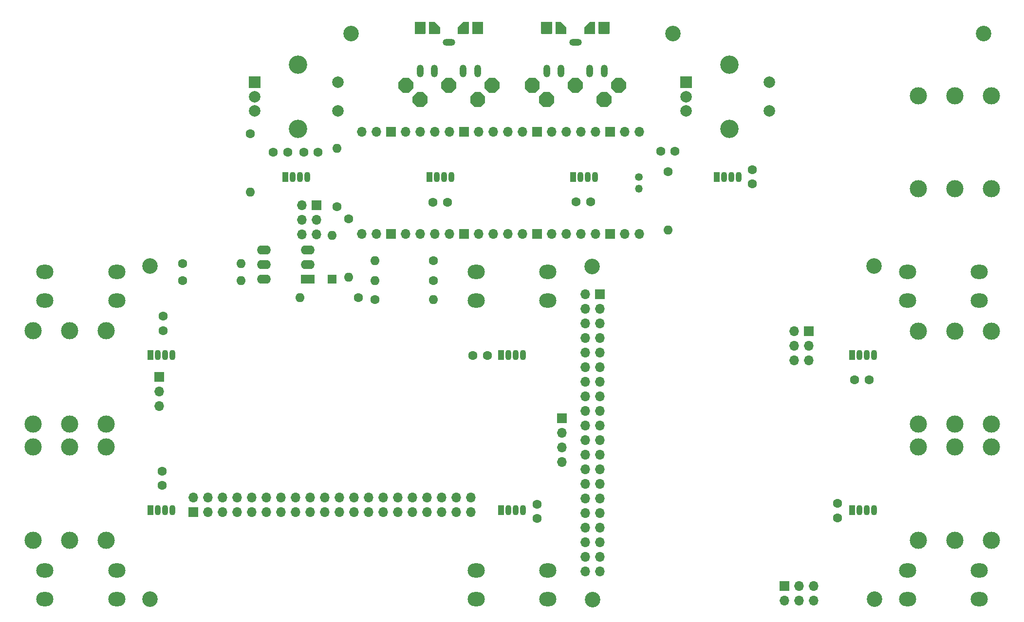
<source format=gts>
G04 #@! TF.GenerationSoftware,KiCad,Pcbnew,7.0.1.1-36-gbcf78dbe24-dirty-deb11*
G04 #@! TF.CreationDate,2023-03-26T09:40:22+00:00*
G04 #@! TF.ProjectId,pedalboard-hw,70656461-6c62-46f6-9172-642d68772e6b,0.0.1*
G04 #@! TF.SameCoordinates,Original*
G04 #@! TF.FileFunction,Soldermask,Top*
G04 #@! TF.FilePolarity,Negative*
%FSLAX46Y46*%
G04 Gerber Fmt 4.6, Leading zero omitted, Abs format (unit mm)*
G04 Created by KiCad (PCBNEW 7.0.1.1-36-gbcf78dbe24-dirty-deb11) date 2023-03-26 09:40:22*
%MOMM*%
%LPD*%
G01*
G04 APERTURE LIST*
%ADD10C,2.700000*%
%ADD11C,1.600000*%
%ADD12O,1.200000X2.200000*%
%ADD13O,2.200000X1.200000*%
%ADD14C,3.000000*%
%ADD15O,1.600000X1.600000*%
%ADD16R,1.070000X1.800000*%
%ADD17O,1.070000X1.800000*%
%ADD18R,1.700000X1.700000*%
%ADD19O,1.700000X1.700000*%
%ADD20O,3.000000X2.500000*%
%ADD21R,2.400000X1.600000*%
%ADD22O,2.400000X1.600000*%
%ADD23R,2.000000X2.000000*%
%ADD24C,2.000000*%
%ADD25C,3.200000*%
%ADD26R,1.600000X1.600000*%
%ADD27C,1.350000*%
%ADD28O,1.350000X1.350000*%
G04 APERTURE END LIST*
D10*
X168020000Y-121500000D03*
D11*
X146800000Y-46700000D03*
X146800000Y-49200000D03*
D12*
X121000000Y-29500000D03*
X118500000Y-29500000D03*
D13*
X116000000Y-24500000D03*
D12*
X111000000Y-29500000D03*
X113500000Y-29500000D03*
D10*
X133000000Y-23000000D03*
D14*
X28050000Y-111200000D03*
X28050000Y-94970000D03*
X21700000Y-111200000D03*
X21700000Y-94970000D03*
X34400000Y-111200000D03*
X34400000Y-94970000D03*
D11*
X132160000Y-47020000D03*
D15*
X132160000Y-57180000D03*
D16*
X115600000Y-48000000D03*
D17*
X116870000Y-48000000D03*
X118140000Y-48000000D03*
X119410000Y-48000000D03*
D14*
X28085000Y-91000000D03*
X28085000Y-74770000D03*
X21735000Y-91000000D03*
X21735000Y-74770000D03*
X34435000Y-91000000D03*
X34435000Y-74770000D03*
X181950000Y-94995000D03*
X181950000Y-111225000D03*
X188300000Y-94995000D03*
X188300000Y-111225000D03*
X175600000Y-94995000D03*
X175600000Y-111225000D03*
D10*
X42000000Y-63500000D03*
D16*
X140600000Y-48000000D03*
D17*
X141870000Y-48000000D03*
X143140000Y-48000000D03*
X144410000Y-48000000D03*
D11*
X109310000Y-104930000D03*
X109310000Y-107430000D03*
D16*
X103100000Y-106000000D03*
D17*
X104370000Y-106000000D03*
X105640000Y-106000000D03*
X106910000Y-106000000D03*
D10*
X118980000Y-121520000D03*
D18*
X49590000Y-106320000D03*
D19*
X49590000Y-103780000D03*
X52130000Y-106320000D03*
X52130000Y-103780000D03*
X54670000Y-106320000D03*
X54670000Y-103780000D03*
X57210000Y-106320000D03*
X57210000Y-103780000D03*
X59750000Y-106320000D03*
X59750000Y-103780000D03*
X62290000Y-106320000D03*
X62290000Y-103780000D03*
X64830000Y-106320000D03*
X64830000Y-103780000D03*
X67370000Y-106320000D03*
X67370000Y-103780000D03*
X69910000Y-106320000D03*
X69910000Y-103780000D03*
X72450000Y-106320000D03*
X72450000Y-103780000D03*
X74990000Y-106320000D03*
X74990000Y-103780000D03*
X77530000Y-106320000D03*
X77530000Y-103780000D03*
X80070000Y-106320000D03*
X80070000Y-103780000D03*
X82610000Y-106320000D03*
X82610000Y-103780000D03*
X85150000Y-106320000D03*
X85150000Y-103780000D03*
X87690000Y-106320000D03*
X87690000Y-103780000D03*
X90230000Y-106320000D03*
X90230000Y-103780000D03*
X92770000Y-106320000D03*
X92770000Y-103780000D03*
X95310000Y-106320000D03*
X95310000Y-103780000D03*
X97850000Y-106320000D03*
X97850000Y-103780000D03*
D11*
X161620000Y-107300000D03*
X161620000Y-104800000D03*
X44155000Y-101700000D03*
X44155000Y-99200000D03*
D20*
X98750000Y-64500000D03*
X111250000Y-64500000D03*
X98750000Y-69500000D03*
X111250000Y-69500000D03*
D16*
X42100000Y-79000000D03*
D17*
X43370000Y-79000000D03*
X44640000Y-79000000D03*
X45910000Y-79000000D03*
D11*
X74575000Y-53105000D03*
D15*
X74575000Y-42945000D03*
D21*
X69475000Y-65800000D03*
D22*
X69475000Y-63260000D03*
X69475000Y-60720000D03*
X61855000Y-60720000D03*
X61855000Y-63260000D03*
X61855000Y-65800000D03*
D10*
X77000000Y-23000000D03*
D14*
X181965000Y-33800000D03*
X181965000Y-50030000D03*
X188315000Y-33800000D03*
X188315000Y-50030000D03*
X175615000Y-33800000D03*
X175615000Y-50030000D03*
D11*
X63475000Y-43700000D03*
X65975000Y-43700000D03*
G36*
X107946312Y-33285921D02*
G01*
X107214079Y-32553688D01*
X107199200Y-32517767D01*
X107199200Y-31482233D01*
X107214079Y-31446312D01*
X107946312Y-30714079D01*
X107982233Y-30699200D01*
X109017767Y-30699200D01*
X109053688Y-30714079D01*
X109785921Y-31446312D01*
X109800800Y-31482233D01*
X109800800Y-32517767D01*
X109785921Y-32553688D01*
X109053688Y-33285921D01*
X109017767Y-33300800D01*
X107982233Y-33300800D01*
X107946312Y-33285921D01*
G37*
G36*
X117285921Y-32553688D02*
G01*
X116553688Y-33285921D01*
X116517767Y-33300800D01*
X115482233Y-33300800D01*
X115446312Y-33285921D01*
X114714079Y-32553688D01*
X114699200Y-32517767D01*
X114699200Y-31482233D01*
X114714079Y-31446312D01*
X115446312Y-30714079D01*
X115482233Y-30699200D01*
X116517767Y-30699200D01*
X116553688Y-30714079D01*
X117285921Y-31446312D01*
X117300800Y-31482233D01*
X117300800Y-32517767D01*
X117285921Y-32553688D01*
G37*
G36*
X122946312Y-33285921D02*
G01*
X122214079Y-32553688D01*
X122199200Y-32517767D01*
X122199200Y-31482233D01*
X122214079Y-31446312D01*
X122946312Y-30714079D01*
X122982233Y-30699200D01*
X124017767Y-30699200D01*
X124053688Y-30714079D01*
X124785921Y-31446312D01*
X124800800Y-31482233D01*
X124800800Y-32517767D01*
X124785921Y-32553688D01*
X124053688Y-33285921D01*
X124017767Y-33300800D01*
X122982233Y-33300800D01*
X122946312Y-33285921D01*
G37*
G36*
X110446312Y-35785921D02*
G01*
X109714079Y-35053688D01*
X109699200Y-35017767D01*
X109699200Y-33982233D01*
X109714079Y-33946312D01*
X110446312Y-33214079D01*
X110482233Y-33199200D01*
X111517767Y-33199200D01*
X111553688Y-33214079D01*
X112285921Y-33946312D01*
X112300800Y-33982233D01*
X112300800Y-35017767D01*
X112285921Y-35053688D01*
X111553688Y-35785921D01*
X111517767Y-35800800D01*
X110482233Y-35800800D01*
X110446312Y-35785921D01*
G37*
G36*
X120446312Y-35785921D02*
G01*
X119714079Y-35053688D01*
X119699200Y-35017767D01*
X119699200Y-33982233D01*
X119714079Y-33946312D01*
X120446312Y-33214079D01*
X120482233Y-33199200D01*
X121517767Y-33199200D01*
X121553688Y-33214079D01*
X122285921Y-33946312D01*
X122300800Y-33982233D01*
X122300800Y-35017767D01*
X122285921Y-35053688D01*
X121553688Y-35785921D01*
X121517767Y-35800800D01*
X120482233Y-35800800D01*
X120446312Y-35785921D01*
G37*
G36*
X117564079Y-23035921D02*
G01*
X117549200Y-23000000D01*
X117549200Y-21900000D01*
X117564079Y-21864079D01*
X118464079Y-20964079D01*
X118500000Y-20949200D01*
X119400000Y-20949200D01*
X119435921Y-20964079D01*
X119450800Y-21000000D01*
X119450800Y-23000000D01*
X119435921Y-23035921D01*
X119400000Y-23050800D01*
X117600000Y-23050800D01*
X117564079Y-23035921D01*
G37*
G36*
G01*
X121950800Y-21000000D02*
X121950800Y-23000000D01*
G75*
G02*
X121900000Y-23050800I-50800J0D01*
G01*
X120100000Y-23050800D01*
G75*
G02*
X120049200Y-23000000I0J50800D01*
G01*
X120049200Y-21000000D01*
G75*
G02*
X120100000Y-20949200I50800J0D01*
G01*
X121900000Y-20949200D01*
G75*
G02*
X121950800Y-21000000I0J-50800D01*
G01*
G37*
G36*
G01*
X111950800Y-21000000D02*
X111950800Y-23000000D01*
G75*
G02*
X111900000Y-23050800I-50800J0D01*
G01*
X110100000Y-23050800D01*
G75*
G02*
X110049200Y-23000000I0J50800D01*
G01*
X110049200Y-21000000D01*
G75*
G02*
X110100000Y-20949200I50800J0D01*
G01*
X111900000Y-20949200D01*
G75*
G02*
X111950800Y-21000000I0J-50800D01*
G01*
G37*
G36*
X112564079Y-23035921D02*
G01*
X112549200Y-23000000D01*
X112549200Y-21000000D01*
X112564079Y-20964079D01*
X112600000Y-20949200D01*
X113500000Y-20949200D01*
X113535921Y-20964079D01*
X114435921Y-21864079D01*
X114450800Y-21900000D01*
X114450800Y-23000000D01*
X114435921Y-23035921D01*
X114400000Y-23050800D01*
X112600000Y-23050800D01*
X112564079Y-23035921D01*
G37*
D16*
X90600000Y-48000000D03*
D17*
X91870000Y-48000000D03*
X93140000Y-48000000D03*
X94410000Y-48000000D03*
D23*
X60250000Y-31500000D03*
D24*
X60250000Y-36500000D03*
X60250000Y-34000000D03*
D25*
X67750000Y-28400000D03*
X67750000Y-39600000D03*
D24*
X74750000Y-36500000D03*
X74750000Y-31500000D03*
D11*
X68750000Y-43675000D03*
X71250000Y-43675000D03*
X164570000Y-83300000D03*
X167070000Y-83300000D03*
X78280000Y-68980000D03*
D15*
X68120000Y-68980000D03*
D10*
X167900000Y-63450000D03*
D16*
X65600000Y-48000000D03*
D17*
X66870000Y-48000000D03*
X68140000Y-48000000D03*
X69410000Y-48000000D03*
D11*
X91250000Y-52400000D03*
X93750000Y-52400000D03*
D10*
X42000000Y-121500000D03*
D14*
X181950000Y-74780000D03*
X181950000Y-91010000D03*
X188300000Y-74780000D03*
X188300000Y-91010000D03*
X175600000Y-74780000D03*
X175600000Y-91010000D03*
D20*
X23750000Y-64500000D03*
X36250000Y-64500000D03*
X23750000Y-69500000D03*
X36250000Y-69500000D03*
D11*
X130840000Y-43470000D03*
X133340000Y-43470000D03*
X47695000Y-63050000D03*
D15*
X57855000Y-63050000D03*
D16*
X164100000Y-79000000D03*
D17*
X165370000Y-79000000D03*
X166640000Y-79000000D03*
X167910000Y-79000000D03*
D11*
X81190000Y-69340000D03*
D15*
X91350000Y-69340000D03*
D16*
X42100000Y-106000000D03*
D17*
X43370000Y-106000000D03*
X44640000Y-106000000D03*
X45910000Y-106000000D03*
D11*
X76600000Y-55270000D03*
D15*
X76600000Y-65430000D03*
D26*
X73700000Y-65775000D03*
D15*
X73700000Y-58155000D03*
D11*
X116150000Y-52300000D03*
X118650000Y-52300000D03*
X91280000Y-62575000D03*
D15*
X81120000Y-62575000D03*
D10*
X118900000Y-63565600D03*
D16*
X164100000Y-106000000D03*
D17*
X165370000Y-106000000D03*
X166640000Y-106000000D03*
X167910000Y-106000000D03*
D20*
X173750000Y-116500000D03*
X186250000Y-116500000D03*
X173750000Y-121500000D03*
X186250000Y-121500000D03*
X173750000Y-64500000D03*
X186250000Y-64500000D03*
X173750000Y-69500000D03*
X186250000Y-69500000D03*
D11*
X100670000Y-79050000D03*
X98170000Y-79050000D03*
D20*
X23750000Y-116500000D03*
X36250000Y-116500000D03*
X23750000Y-121500000D03*
X36250000Y-121500000D03*
D10*
X187000000Y-23000000D03*
D11*
X91350000Y-65980000D03*
D15*
X81190000Y-65980000D03*
D23*
X135250000Y-31500000D03*
D24*
X135250000Y-36500000D03*
X135250000Y-34000000D03*
D25*
X142750000Y-28400000D03*
X142750000Y-39600000D03*
D24*
X149750000Y-36500000D03*
X149750000Y-31500000D03*
D11*
X47695000Y-66050000D03*
D15*
X57855000Y-66050000D03*
D20*
X98750000Y-116500000D03*
X111250000Y-116500000D03*
X98750000Y-121500000D03*
X111250000Y-121500000D03*
G36*
X85951812Y-33285921D02*
G01*
X85219579Y-32553688D01*
X85204700Y-32517767D01*
X85204700Y-31482233D01*
X85219579Y-31446312D01*
X85951812Y-30714079D01*
X85987733Y-30699200D01*
X87023267Y-30699200D01*
X87059188Y-30714079D01*
X87791421Y-31446312D01*
X87806300Y-31482233D01*
X87806300Y-32517767D01*
X87791421Y-32553688D01*
X87059188Y-33285921D01*
X87023267Y-33300800D01*
X85987733Y-33300800D01*
X85951812Y-33285921D01*
G37*
G36*
X95291421Y-32553688D02*
G01*
X94559188Y-33285921D01*
X94523267Y-33300800D01*
X93487733Y-33300800D01*
X93451812Y-33285921D01*
X92719579Y-32553688D01*
X92704700Y-32517767D01*
X92704700Y-31482233D01*
X92719579Y-31446312D01*
X93451812Y-30714079D01*
X93487733Y-30699200D01*
X94523267Y-30699200D01*
X94559188Y-30714079D01*
X95291421Y-31446312D01*
X95306300Y-31482233D01*
X95306300Y-32517767D01*
X95291421Y-32553688D01*
G37*
G36*
X100951812Y-33285921D02*
G01*
X100219579Y-32553688D01*
X100204700Y-32517767D01*
X100204700Y-31482233D01*
X100219579Y-31446312D01*
X100951812Y-30714079D01*
X100987733Y-30699200D01*
X102023267Y-30699200D01*
X102059188Y-30714079D01*
X102791421Y-31446312D01*
X102806300Y-31482233D01*
X102806300Y-32517767D01*
X102791421Y-32553688D01*
X102059188Y-33285921D01*
X102023267Y-33300800D01*
X100987733Y-33300800D01*
X100951812Y-33285921D01*
G37*
G36*
X88451812Y-35785921D02*
G01*
X87719579Y-35053688D01*
X87704700Y-35017767D01*
X87704700Y-33982233D01*
X87719579Y-33946312D01*
X88451812Y-33214079D01*
X88487733Y-33199200D01*
X89523267Y-33199200D01*
X89559188Y-33214079D01*
X90291421Y-33946312D01*
X90306300Y-33982233D01*
X90306300Y-35017767D01*
X90291421Y-35053688D01*
X89559188Y-35785921D01*
X89523267Y-35800800D01*
X88487733Y-35800800D01*
X88451812Y-35785921D01*
G37*
G36*
X98451812Y-35785921D02*
G01*
X97719579Y-35053688D01*
X97704700Y-35017767D01*
X97704700Y-33982233D01*
X97719579Y-33946312D01*
X98451812Y-33214079D01*
X98487733Y-33199200D01*
X99523267Y-33199200D01*
X99559188Y-33214079D01*
X100291421Y-33946312D01*
X100306300Y-33982233D01*
X100306300Y-35017767D01*
X100291421Y-35053688D01*
X99559188Y-35785921D01*
X99523267Y-35800800D01*
X98487733Y-35800800D01*
X98451812Y-35785921D01*
G37*
G36*
X95569579Y-23035921D02*
G01*
X95554700Y-23000000D01*
X95554700Y-21900000D01*
X95569579Y-21864079D01*
X96469579Y-20964079D01*
X96505500Y-20949200D01*
X97405500Y-20949200D01*
X97441421Y-20964079D01*
X97456300Y-21000000D01*
X97456300Y-23000000D01*
X97441421Y-23035921D01*
X97405500Y-23050800D01*
X95605500Y-23050800D01*
X95569579Y-23035921D01*
G37*
G36*
G01*
X99956300Y-21000000D02*
X99956300Y-23000000D01*
G75*
G02*
X99905500Y-23050800I-50800J0D01*
G01*
X98105500Y-23050800D01*
G75*
G02*
X98054700Y-23000000I0J50800D01*
G01*
X98054700Y-21000000D01*
G75*
G02*
X98105500Y-20949200I50800J0D01*
G01*
X99905500Y-20949200D01*
G75*
G02*
X99956300Y-21000000I0J-50800D01*
G01*
G37*
G36*
G01*
X89956300Y-21000000D02*
X89956300Y-23000000D01*
G75*
G02*
X89905500Y-23050800I-50800J0D01*
G01*
X88105500Y-23050800D01*
G75*
G02*
X88054700Y-23000000I0J50800D01*
G01*
X88054700Y-21000000D01*
G75*
G02*
X88105500Y-20949200I50800J0D01*
G01*
X89905500Y-20949200D01*
G75*
G02*
X89956300Y-21000000I0J-50800D01*
G01*
G37*
G36*
X90569579Y-23035921D02*
G01*
X90554700Y-23000000D01*
X90554700Y-21000000D01*
X90569579Y-20964079D01*
X90605500Y-20949200D01*
X91505500Y-20949200D01*
X91541421Y-20964079D01*
X92441421Y-21864079D01*
X92456300Y-21900000D01*
X92456300Y-23000000D01*
X92441421Y-23035921D01*
X92405500Y-23050800D01*
X90605500Y-23050800D01*
X90569579Y-23035921D01*
G37*
D11*
X44355000Y-72200000D03*
X44355000Y-74700000D03*
D16*
X103100000Y-79000000D03*
D17*
X104370000Y-79000000D03*
X105640000Y-79000000D03*
X106910000Y-79000000D03*
D11*
X59500000Y-40445000D03*
D15*
X59500000Y-50605000D03*
D12*
X99000000Y-29500000D03*
X96500000Y-29500000D03*
D13*
X94000000Y-24500000D03*
D12*
X89000000Y-29500000D03*
X91500000Y-29500000D03*
D18*
X113625000Y-89985000D03*
D19*
X113625000Y-92525000D03*
X113625000Y-95065000D03*
X113625000Y-97605000D03*
D27*
X127000000Y-48000000D03*
D28*
X127000000Y-50000000D03*
D19*
X127130000Y-57890000D03*
X124590000Y-57890000D03*
D18*
X122050000Y-57890000D03*
D19*
X119510000Y-57890000D03*
X116970000Y-57890000D03*
X114430000Y-57890000D03*
X111890000Y-57890000D03*
D18*
X109350000Y-57890000D03*
D19*
X106810000Y-57890000D03*
X104270000Y-57890000D03*
X101730000Y-57890000D03*
X99190000Y-57890000D03*
D18*
X96650000Y-57890000D03*
D19*
X94110000Y-57890000D03*
X91570000Y-57890000D03*
X89030000Y-57890000D03*
X86490000Y-57890000D03*
D18*
X83950000Y-57890000D03*
D19*
X81410000Y-57890000D03*
X78870000Y-57890000D03*
X78870000Y-40110000D03*
X81410000Y-40110000D03*
D18*
X83950000Y-40110000D03*
D19*
X86490000Y-40110000D03*
X89030000Y-40110000D03*
X91570000Y-40110000D03*
X94110000Y-40110000D03*
D18*
X96650000Y-40110000D03*
D19*
X99190000Y-40110000D03*
X101730000Y-40110000D03*
X104270000Y-40110000D03*
X106810000Y-40110000D03*
D18*
X109350000Y-40110000D03*
D19*
X111890000Y-40110000D03*
X114430000Y-40110000D03*
X116970000Y-40110000D03*
X119510000Y-40110000D03*
D18*
X122050000Y-40110000D03*
D19*
X124590000Y-40110000D03*
X127130000Y-40110000D03*
D18*
X43615000Y-82790000D03*
D19*
X43615000Y-85330000D03*
X43615000Y-87870000D03*
D18*
X120250000Y-68375600D03*
D19*
X117710000Y-68375600D03*
X120250000Y-70915600D03*
X117710000Y-70915600D03*
X120250000Y-73455600D03*
X117710000Y-73455600D03*
X120250000Y-75995600D03*
X117710000Y-75995600D03*
X120250000Y-78535600D03*
X117710000Y-78535600D03*
X120250000Y-81075600D03*
X117710000Y-81075600D03*
X120250000Y-83615600D03*
X117710000Y-83615600D03*
X120250000Y-86155600D03*
X117710000Y-86155600D03*
X120250000Y-88695600D03*
X117710000Y-88695600D03*
X120250000Y-91235600D03*
X117710000Y-91235600D03*
X120250000Y-93775600D03*
X117710000Y-93775600D03*
X120250000Y-96315600D03*
X117710000Y-96315600D03*
X120250000Y-98855600D03*
X117710000Y-98855600D03*
X120250000Y-101395600D03*
X117710000Y-101395600D03*
X120250000Y-103935600D03*
X117710000Y-103935600D03*
X120250000Y-106475600D03*
X117710000Y-106475600D03*
X120250000Y-109015600D03*
X117710000Y-109015600D03*
X120250000Y-111555600D03*
X117710000Y-111555600D03*
X120250000Y-114095600D03*
X117710000Y-114095600D03*
X120250000Y-116635600D03*
X117710000Y-116635600D03*
D18*
X156555000Y-74845600D03*
D19*
X154015000Y-74845600D03*
X156555000Y-77385600D03*
X154015000Y-77385600D03*
X156555000Y-79925600D03*
X154015000Y-79925600D03*
D18*
X152380000Y-119150600D03*
D19*
X152380000Y-121690600D03*
X154920000Y-119150600D03*
X154920000Y-121690600D03*
X157460000Y-119150600D03*
X157460000Y-121690600D03*
D18*
X71000000Y-52850000D03*
D19*
X68460000Y-52850000D03*
X71000000Y-55390000D03*
X68460000Y-55390000D03*
X71000000Y-57930000D03*
X68460000Y-57930000D03*
M02*

</source>
